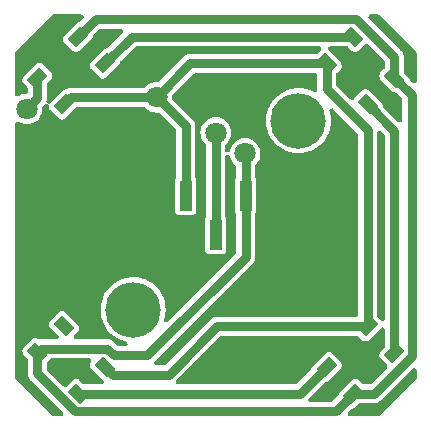
<source format=gbl>
%TF.GenerationSoftware,KiCad,Pcbnew,(6.0.7)*%
%TF.CreationDate,2022-09-30T15:53:46-07:00*%
%TF.ProjectId,companion,636f6d70-616e-4696-9f6e-2e6b69636164,rev?*%
%TF.SameCoordinates,Original*%
%TF.FileFunction,Copper,L2,Bot*%
%TF.FilePolarity,Positive*%
%FSLAX46Y46*%
G04 Gerber Fmt 4.6, Leading zero omitted, Abs format (unit mm)*
G04 Created by KiCad (PCBNEW (6.0.7)) date 2022-09-30 15:53:46*
%MOMM*%
%LPD*%
G01*
G04 APERTURE LIST*
G04 Aperture macros list*
%AMRotRect*
0 Rectangle, with rotation*
0 The origin of the aperture is its center*
0 $1 length*
0 $2 width*
0 $3 Rotation angle, in degrees counterclockwise*
0 Add horizontal line*
21,1,$1,$2,0,0,$3*%
G04 Aperture macros list end*
%TA.AperFunction,ComponentPad*%
%ADD10C,4.700000*%
%TD*%
%TA.AperFunction,SMDPad,CuDef*%
%ADD11R,1.000000X2.510000*%
%TD*%
%TA.AperFunction,SMDPad,CuDef*%
%ADD12RotRect,1.500000X1.000000X45.000000*%
%TD*%
%TA.AperFunction,SMDPad,CuDef*%
%ADD13RotRect,1.500000X1.000000X225.000000*%
%TD*%
%TA.AperFunction,SMDPad,CuDef*%
%ADD14RotRect,1.500000X1.000000X315.000000*%
%TD*%
%TA.AperFunction,SMDPad,CuDef*%
%ADD15RotRect,1.500000X1.000000X135.000000*%
%TD*%
%TA.AperFunction,ViaPad*%
%ADD16C,1.800000*%
%TD*%
%TA.AperFunction,Conductor*%
%ADD17C,0.800000*%
%TD*%
%TA.AperFunction,Conductor*%
%ADD18C,0.600000*%
%TD*%
%TA.AperFunction,Conductor*%
%ADD19C,0.400000*%
%TD*%
G04 APERTURE END LIST*
D10*
%TO.P,H2,1,1*%
%TO.N,b*%
X24425000Y-9425000D03*
%TD*%
%TO.P,H1,1,1*%
%TO.N,a*%
X10425000Y-25425000D03*
%TD*%
D11*
%TO.P,J5,1,Pin_1*%
%TO.N,gnd*%
X14885000Y-15770000D03*
%TO.P,J5,2,Pin_2*%
%TO.N,Net-(D1-Pad4)*%
X17425000Y-19080000D03*
%TO.P,J5,3,Pin_3*%
%TO.N,5v*%
X19965000Y-15770000D03*
%TD*%
D12*
%TO.P,D7,1,VDD*%
%TO.N,5v*%
X29073959Y-32538782D03*
%TO.P,D7,2,DOUT*%
%TO.N,Net-(D7-Pad2)*%
X26811218Y-30276041D03*
%TO.P,D7,3,VSS*%
%TO.N,gnd*%
X30276041Y-26811218D03*
%TO.P,D7,4,DIN*%
%TO.N,Net-(D6-Pad2)*%
X32538782Y-29073959D03*
%TD*%
D13*
%TO.P,D5,1,VDD*%
%TO.N,5v*%
X5776041Y-2311218D03*
%TO.P,D5,2,DOUT*%
%TO.N,Net-(D5-Pad2)*%
X8038782Y-4573959D03*
%TO.P,D5,3,VSS*%
%TO.N,gnd*%
X4573959Y-8038782D03*
%TO.P,D5,4,DIN*%
%TO.N,Net-(D4-Pad2)*%
X2311218Y-5776041D03*
%TD*%
D14*
%TO.P,D8,1,VDD*%
%TO.N,5v*%
X2311218Y-29073959D03*
%TO.P,D8,2,DOUT*%
%TO.N,unconnected-(D8-Pad2)*%
X4573959Y-26811218D03*
%TO.P,D8,3,VSS*%
%TO.N,gnd*%
X8038782Y-30276041D03*
%TO.P,D8,4,DIN*%
%TO.N,Net-(D7-Pad2)*%
X5776041Y-32538782D03*
%TD*%
D15*
%TO.P,D6,1,VDD*%
%TO.N,5v*%
X32538782Y-5776041D03*
%TO.P,D6,2,DOUT*%
%TO.N,Net-(D6-Pad2)*%
X30276041Y-8038782D03*
%TO.P,D6,3,VSS*%
%TO.N,gnd*%
X26811218Y-4573959D03*
%TO.P,D6,4,DIN*%
%TO.N,Net-(D5-Pad2)*%
X29073959Y-2311218D03*
%TD*%
D16*
%TO.N,Net-(D4-Pad2)*%
X1425000Y-8425000D03*
%TO.N,5v*%
X19900000Y-12200000D03*
%TO.N,gnd*%
X12425000Y-7425000D03*
%TO.N,Net-(D1-Pad4)*%
X17425000Y-10425000D03*
%TD*%
D17*
%TO.N,Net-(D4-Pad2)*%
X2311218Y-7538782D02*
X1425000Y-8425000D01*
X2311218Y-5776041D02*
X2311218Y-7538782D01*
%TO.N,Net-(D5-Pad2)*%
X10301523Y-2311218D02*
X29073959Y-2311218D01*
X8038782Y-4573959D02*
X10301523Y-2311218D01*
%TO.N,Net-(D6-Pad2)*%
X32538782Y-10301523D02*
X32538782Y-29073959D01*
X30276041Y-8038782D02*
X32538782Y-10301523D01*
%TO.N,Net-(D7-Pad2)*%
X26811218Y-30276041D02*
X24548477Y-32538782D01*
X24548477Y-32538782D02*
X5776041Y-32538782D01*
%TO.N,5v*%
X27568741Y-34044000D02*
X29073959Y-32538782D01*
D18*
X2493019Y-28892158D02*
X2311218Y-29073959D01*
D17*
X11640128Y-29301041D02*
X19965000Y-20976169D01*
X2311218Y-29073959D02*
X2311218Y-30811218D01*
X34022665Y-29327335D02*
X30811218Y-32538782D01*
X5544000Y-34044000D02*
X27568741Y-34044000D01*
X2311218Y-30811218D02*
X5544000Y-34044000D01*
X5776041Y-2311218D02*
X7259924Y-827335D01*
X34022665Y-7259924D02*
X34022665Y-29327335D01*
X2664771Y-28720406D02*
X8220406Y-28720406D01*
X8220406Y-28720406D02*
X8801041Y-29301041D01*
X19965000Y-20976169D02*
X19965000Y-15770000D01*
X2311218Y-29073959D02*
X2664771Y-28720406D01*
X8801041Y-29301041D02*
X11640128Y-29301041D01*
X29327335Y-827335D02*
X32538782Y-4038782D01*
X19965000Y-15770000D02*
X19965000Y-12265000D01*
X30811218Y-32538782D02*
X29073959Y-32538782D01*
X19965000Y-12265000D02*
X19900000Y-12200000D01*
D19*
X2311218Y-29073959D02*
X2392539Y-28992638D01*
D17*
X7259924Y-827335D02*
X29327335Y-827335D01*
X32538782Y-5776041D02*
X34022665Y-7259924D01*
X32538782Y-4038782D02*
X32538782Y-5776041D01*
%TO.N,gnd*%
X15276041Y-4573959D02*
X12425000Y-7425000D01*
X26811218Y-6720049D02*
X30276041Y-10184872D01*
X26811218Y-4573959D02*
X26811218Y-6720049D01*
X8687741Y-30925000D02*
X8038782Y-30276041D01*
X30276041Y-26811218D02*
X17538782Y-26811218D01*
X13425000Y-30925000D02*
X8687741Y-30925000D01*
X4573959Y-8038782D02*
X5187741Y-7425000D01*
X26811218Y-4573959D02*
X15276041Y-4573959D01*
X30276041Y-10184872D02*
X30276041Y-26811218D01*
X5187741Y-7425000D02*
X12425000Y-7425000D01*
X17538782Y-26811218D02*
X13425000Y-30925000D01*
X14885000Y-9885000D02*
X12425000Y-7425000D01*
X14885000Y-15770000D02*
X14885000Y-9885000D01*
%TO.N,Net-(D1-Pad4)*%
X17425000Y-10425000D02*
X17425000Y-19080000D01*
%TD*%
%TA.AperFunction,NonConductor*%
G36*
X31263022Y-445207D02*
G01*
X31317393Y-483786D01*
X34366214Y-3532606D01*
X34413333Y-3607594D01*
X34424500Y-3673320D01*
X34424500Y-6049253D01*
X34404793Y-6135596D01*
X34349574Y-6204837D01*
X34269782Y-6243264D01*
X34181218Y-6243264D01*
X34101426Y-6204837D01*
X34084786Y-6189967D01*
X33873271Y-5978452D01*
X33826152Y-5903464D01*
X33823165Y-5891607D01*
X33823165Y-5889385D01*
X33820672Y-5881711D01*
X33788801Y-5783620D01*
X33788800Y-5783618D01*
X33783962Y-5768728D01*
X33728149Y-5691909D01*
X33397568Y-5361328D01*
X33350449Y-5286340D01*
X33339282Y-5220614D01*
X33339282Y-4048247D01*
X33339293Y-4046163D01*
X33340107Y-3968497D01*
X33340107Y-3968493D01*
X33340223Y-3957375D01*
X33335763Y-3936746D01*
X33331948Y-3919097D01*
X33328694Y-3899231D01*
X33325568Y-3871366D01*
X33324328Y-3860310D01*
X33314903Y-3833244D01*
X33308327Y-3809851D01*
X33304623Y-3792717D01*
X33304622Y-3792713D01*
X33302271Y-3781840D01*
X33285721Y-3746348D01*
X33278147Y-3727695D01*
X33268926Y-3701216D01*
X33265267Y-3690709D01*
X33250079Y-3666403D01*
X33238484Y-3645047D01*
X33231076Y-3629161D01*
X33226373Y-3619075D01*
X33202372Y-3588134D01*
X33190850Y-3571617D01*
X33175995Y-3547843D01*
X33175991Y-3547838D01*
X33170098Y-3538407D01*
X33162260Y-3530514D01*
X33162256Y-3530509D01*
X33141596Y-3509704D01*
X33141245Y-3509329D01*
X33140683Y-3508605D01*
X33115170Y-3483092D01*
X33114680Y-3482601D01*
X33043552Y-3410975D01*
X33042453Y-3410278D01*
X33041501Y-3409423D01*
X30397292Y-765214D01*
X30350173Y-690226D01*
X30340257Y-602219D01*
X30369508Y-518626D01*
X30432132Y-456002D01*
X30515725Y-426751D01*
X30538006Y-425500D01*
X31176679Y-425500D01*
X31263022Y-445207D01*
G37*
%TD.AperFunction*%
%TA.AperFunction,NonConductor*%
G36*
X6135596Y-445207D02*
G01*
X6204837Y-500426D01*
X6243264Y-580218D01*
X6243264Y-668782D01*
X6204837Y-748574D01*
X6189967Y-765214D01*
X5978452Y-976729D01*
X5903464Y-1023848D01*
X5891607Y-1026835D01*
X5889385Y-1026835D01*
X5881716Y-1029327D01*
X5881711Y-1029328D01*
X5783620Y-1061199D01*
X5783618Y-1061200D01*
X5768728Y-1066038D01*
X5691909Y-1121851D01*
X4586675Y-2227086D01*
X4530861Y-2303905D01*
X4491658Y-2424562D01*
X4491658Y-2551428D01*
X4496497Y-2566322D01*
X4496498Y-2566326D01*
X4526021Y-2657189D01*
X4530861Y-2672084D01*
X4586674Y-2748904D01*
X5338355Y-3500584D01*
X5415175Y-3556398D01*
X5430068Y-3561237D01*
X5430070Y-3561238D01*
X5520933Y-3590761D01*
X5520937Y-3590762D01*
X5535831Y-3595601D01*
X5662697Y-3595601D01*
X5736514Y-3571617D01*
X5768462Y-3561237D01*
X5768464Y-3561236D01*
X5783354Y-3556398D01*
X5860173Y-3500585D01*
X6965407Y-2395350D01*
X7021221Y-2318531D01*
X7060424Y-2197874D01*
X7062637Y-2198593D01*
X7087660Y-2136201D01*
X7110530Y-2108807D01*
X7533216Y-1686121D01*
X7608204Y-1639002D01*
X7673930Y-1627835D01*
X9372400Y-1627835D01*
X9458743Y-1647542D01*
X9527984Y-1702761D01*
X9566411Y-1782553D01*
X9566411Y-1871117D01*
X9527984Y-1950909D01*
X9513114Y-1967549D01*
X8241193Y-3239470D01*
X8166205Y-3286589D01*
X8154348Y-3289576D01*
X8152126Y-3289576D01*
X8144457Y-3292068D01*
X8144452Y-3292069D01*
X8046361Y-3323940D01*
X8046359Y-3323941D01*
X8031469Y-3328779D01*
X7954650Y-3384592D01*
X6849416Y-4489827D01*
X6793602Y-4566646D01*
X6788764Y-4581536D01*
X6788763Y-4581538D01*
X6787094Y-4586675D01*
X6754399Y-4687303D01*
X6754399Y-4814169D01*
X6759238Y-4829063D01*
X6759239Y-4829067D01*
X6771584Y-4867060D01*
X6793602Y-4934825D01*
X6849415Y-5011645D01*
X7601096Y-5763325D01*
X7677916Y-5819139D01*
X7692809Y-5823978D01*
X7692811Y-5823979D01*
X7783674Y-5853502D01*
X7783678Y-5853503D01*
X7798572Y-5858342D01*
X7925438Y-5858342D01*
X7985766Y-5838741D01*
X8031203Y-5823978D01*
X8031205Y-5823977D01*
X8046095Y-5819139D01*
X8122914Y-5763326D01*
X9228148Y-4658091D01*
X9283962Y-4581272D01*
X9292831Y-4553978D01*
X9323165Y-4460615D01*
X9325378Y-4461334D01*
X9350401Y-4398942D01*
X9373271Y-4371548D01*
X10574815Y-3170004D01*
X10649803Y-3122885D01*
X10715529Y-3111718D01*
X26165978Y-3111718D01*
X26252321Y-3131425D01*
X26321562Y-3186644D01*
X26359989Y-3266436D01*
X26359989Y-3355000D01*
X26321562Y-3434792D01*
X26306700Y-3451424D01*
X26042950Y-3715175D01*
X25967964Y-3762292D01*
X25902238Y-3773459D01*
X15285506Y-3773459D01*
X15283422Y-3773448D01*
X15205756Y-3772634D01*
X15205752Y-3772634D01*
X15194634Y-3772518D01*
X15183761Y-3774869D01*
X15183759Y-3774869D01*
X15156356Y-3780793D01*
X15136490Y-3784047D01*
X15118441Y-3786072D01*
X15097569Y-3788413D01*
X15087059Y-3792073D01*
X15070505Y-3797838D01*
X15047110Y-3804414D01*
X15029976Y-3808118D01*
X15029972Y-3808119D01*
X15019099Y-3810470D01*
X14994913Y-3821748D01*
X14983609Y-3827019D01*
X14964955Y-3834593D01*
X14927968Y-3847474D01*
X14918534Y-3853369D01*
X14918532Y-3853370D01*
X14903662Y-3862662D01*
X14882306Y-3874257D01*
X14856334Y-3886368D01*
X14847544Y-3893186D01*
X14847543Y-3893187D01*
X14825393Y-3910369D01*
X14808876Y-3921891D01*
X14785102Y-3936746D01*
X14785097Y-3936750D01*
X14775666Y-3942643D01*
X14767773Y-3950481D01*
X14767768Y-3950485D01*
X14746963Y-3971145D01*
X14746588Y-3971496D01*
X14745864Y-3972058D01*
X14720351Y-3997571D01*
X14719860Y-3998061D01*
X14648234Y-4069189D01*
X14647537Y-4070288D01*
X14646682Y-4071240D01*
X12650057Y-6067865D01*
X12575069Y-6114984D01*
X12492001Y-6125394D01*
X12425000Y-6119532D01*
X12416347Y-6120289D01*
X12206960Y-6138608D01*
X12206959Y-6138608D01*
X12198308Y-6139365D01*
X12189923Y-6141612D01*
X12189916Y-6141613D01*
X12006524Y-6190753D01*
X11978504Y-6198261D01*
X11772266Y-6294432D01*
X11765148Y-6299416D01*
X11592978Y-6419969D01*
X11592973Y-6419973D01*
X11585861Y-6424953D01*
X11444600Y-6566214D01*
X11369612Y-6613333D01*
X11303886Y-6624500D01*
X5197206Y-6624500D01*
X5195122Y-6624489D01*
X5117456Y-6623675D01*
X5117452Y-6623675D01*
X5106334Y-6623559D01*
X5095461Y-6625910D01*
X5095459Y-6625910D01*
X5068056Y-6631834D01*
X5048190Y-6635088D01*
X5030141Y-6637113D01*
X5009269Y-6639454D01*
X4998759Y-6643114D01*
X4982205Y-6648879D01*
X4958810Y-6655455D01*
X4941676Y-6659159D01*
X4941672Y-6659160D01*
X4930799Y-6661511D01*
X4912802Y-6669903D01*
X4895309Y-6678060D01*
X4876655Y-6685634D01*
X4839668Y-6698515D01*
X4830234Y-6704410D01*
X4830232Y-6704411D01*
X4815362Y-6713703D01*
X4794010Y-6725297D01*
X4771579Y-6735756D01*
X4717757Y-6747687D01*
X4718432Y-6751949D01*
X4702963Y-6754399D01*
X4687303Y-6754399D01*
X4626974Y-6774001D01*
X4581538Y-6788763D01*
X4581536Y-6788764D01*
X4566646Y-6793602D01*
X4489827Y-6849415D01*
X4484292Y-6854950D01*
X3428179Y-7911064D01*
X3353191Y-7958183D01*
X3265184Y-7968099D01*
X3181591Y-7938848D01*
X3118967Y-7876224D01*
X3089716Y-7792631D01*
X3093662Y-7729672D01*
X3094196Y-7728204D01*
X3099104Y-7689355D01*
X3102635Y-7669534D01*
X3108943Y-7642210D01*
X3108943Y-7642208D01*
X3111445Y-7631371D01*
X3111545Y-7602737D01*
X3111586Y-7590919D01*
X3111603Y-7590407D01*
X3111718Y-7589499D01*
X3111718Y-7553458D01*
X3111719Y-7552764D01*
X3112058Y-7455513D01*
X3112071Y-7451781D01*
X3111787Y-7450511D01*
X3111718Y-7449235D01*
X3111718Y-6331467D01*
X3131425Y-6245124D01*
X3170004Y-6190753D01*
X3500584Y-5860173D01*
X3556398Y-5783354D01*
X3562906Y-5763326D01*
X3584057Y-5698226D01*
X3595601Y-5662697D01*
X3595601Y-5535831D01*
X3590762Y-5520937D01*
X3590761Y-5520933D01*
X3561238Y-5430070D01*
X3561237Y-5430068D01*
X3556398Y-5415175D01*
X3500585Y-5338355D01*
X2748904Y-4586675D01*
X2672084Y-4530861D01*
X2657191Y-4526022D01*
X2657189Y-4526021D01*
X2566326Y-4496498D01*
X2566322Y-4496497D01*
X2551428Y-4491658D01*
X2424562Y-4491658D01*
X2364233Y-4511260D01*
X2318797Y-4526022D01*
X2318795Y-4526023D01*
X2303905Y-4530861D01*
X2227086Y-4586674D01*
X1121852Y-5691909D01*
X1066038Y-5768728D01*
X1026835Y-5889385D01*
X1026835Y-6016251D01*
X1031674Y-6031145D01*
X1031675Y-6031149D01*
X1061198Y-6122012D01*
X1066038Y-6136907D01*
X1121851Y-6213727D01*
X1328094Y-6419969D01*
X1452432Y-6544307D01*
X1499551Y-6619295D01*
X1510718Y-6685021D01*
X1510718Y-6929682D01*
X1491011Y-7016025D01*
X1435792Y-7085266D01*
X1356000Y-7123693D01*
X1329063Y-7127925D01*
X1206959Y-7138608D01*
X1206957Y-7138608D01*
X1198308Y-7139365D01*
X1189923Y-7141612D01*
X1189916Y-7141613D01*
X1051641Y-7178664D01*
X978504Y-7198261D01*
X772266Y-7294432D01*
X765152Y-7299413D01*
X765142Y-7299419D01*
X738640Y-7317976D01*
X656608Y-7351357D01*
X568217Y-7345839D01*
X490973Y-7302516D01*
X440176Y-7229969D01*
X425500Y-7154964D01*
X425500Y-3673321D01*
X445207Y-3586978D01*
X483786Y-3532607D01*
X3532606Y-483786D01*
X3607594Y-436667D01*
X3673320Y-425500D01*
X6049253Y-425500D01*
X6135596Y-445207D01*
G37*
%TD.AperFunction*%
%TA.AperFunction,NonConductor*%
G36*
X30295950Y-2935084D02*
G01*
X30330790Y-2962868D01*
X31679996Y-4312074D01*
X31727115Y-4387062D01*
X31738282Y-4452788D01*
X31738282Y-4867060D01*
X31718575Y-4953403D01*
X31679996Y-5007774D01*
X31354945Y-5332825D01*
X31354939Y-5332832D01*
X31349416Y-5338355D01*
X31293602Y-5415175D01*
X31288763Y-5430068D01*
X31288762Y-5430070D01*
X31259239Y-5520933D01*
X31259238Y-5520937D01*
X31254399Y-5535831D01*
X31254399Y-5662697D01*
X31265943Y-5698226D01*
X31287095Y-5763326D01*
X31293602Y-5783354D01*
X31349415Y-5860173D01*
X32454650Y-6965407D01*
X32460965Y-6969995D01*
X32460967Y-6969997D01*
X32473986Y-6979456D01*
X32531469Y-7021221D01*
X32546359Y-7026059D01*
X32546361Y-7026060D01*
X32652126Y-7060424D01*
X32651407Y-7062637D01*
X32713799Y-7087660D01*
X32741193Y-7110530D01*
X33163879Y-7533216D01*
X33210998Y-7608204D01*
X33222165Y-7673930D01*
X33222165Y-9372400D01*
X33202458Y-9458743D01*
X33147239Y-9527984D01*
X33067447Y-9566411D01*
X32978883Y-9566411D01*
X32899091Y-9527984D01*
X32882451Y-9513114D01*
X31610530Y-8241193D01*
X31563411Y-8166205D01*
X31560424Y-8154348D01*
X31560424Y-8152126D01*
X31546996Y-8110797D01*
X31526060Y-8046361D01*
X31526059Y-8046359D01*
X31521221Y-8031469D01*
X31465408Y-7954650D01*
X30360173Y-6849416D01*
X30353705Y-6844716D01*
X30335084Y-6831187D01*
X30283354Y-6793602D01*
X30268464Y-6788764D01*
X30268462Y-6788763D01*
X30223026Y-6774001D01*
X30162697Y-6754399D01*
X30035831Y-6754399D01*
X30020937Y-6759238D01*
X30020933Y-6759239D01*
X29930070Y-6788762D01*
X29930068Y-6788763D01*
X29915175Y-6793602D01*
X29838355Y-6849415D01*
X29832822Y-6854948D01*
X29096223Y-7591548D01*
X29021235Y-7638667D01*
X28933228Y-7648583D01*
X28849635Y-7619332D01*
X28814795Y-7591548D01*
X27670004Y-6446757D01*
X27622885Y-6371769D01*
X27611718Y-6306043D01*
X27611718Y-5482940D01*
X27631425Y-5396597D01*
X27670004Y-5342226D01*
X27995055Y-5017175D01*
X27995061Y-5017168D01*
X28000584Y-5011645D01*
X28056398Y-4934825D01*
X28078416Y-4867060D01*
X28090761Y-4829067D01*
X28090762Y-4829063D01*
X28095601Y-4814169D01*
X28095601Y-4687303D01*
X28062906Y-4586675D01*
X28061237Y-4581538D01*
X28061236Y-4581536D01*
X28056398Y-4566646D01*
X28000585Y-4489827D01*
X26962189Y-3451432D01*
X26915070Y-3376444D01*
X26905154Y-3288437D01*
X26934405Y-3204844D01*
X26997029Y-3142220D01*
X27080622Y-3112969D01*
X27102903Y-3111718D01*
X28518533Y-3111718D01*
X28604876Y-3131425D01*
X28659247Y-3170004D01*
X28989827Y-3500584D01*
X28996142Y-3505172D01*
X28996144Y-3505174D01*
X29002005Y-3509432D01*
X29066646Y-3556398D01*
X29081536Y-3561236D01*
X29081538Y-3561237D01*
X29113486Y-3571617D01*
X29187303Y-3595601D01*
X29314169Y-3595601D01*
X29329063Y-3590762D01*
X29329067Y-3590761D01*
X29419930Y-3561238D01*
X29419932Y-3561237D01*
X29434825Y-3556398D01*
X29511645Y-3500585D01*
X30049362Y-2962868D01*
X30124350Y-2915749D01*
X30212357Y-2905833D01*
X30295950Y-2935084D01*
G37*
%TD.AperFunction*%
%TA.AperFunction,NonConductor*%
G36*
X31399615Y-10296204D02*
G01*
X31416255Y-10311074D01*
X31679996Y-10574815D01*
X31727115Y-10649803D01*
X31738282Y-10715529D01*
X31738282Y-26165978D01*
X31718575Y-26252321D01*
X31663356Y-26321562D01*
X31583564Y-26359989D01*
X31495000Y-26359989D01*
X31415208Y-26321562D01*
X31398576Y-26306700D01*
X31134825Y-26042950D01*
X31087708Y-25967964D01*
X31076541Y-25902238D01*
X31076541Y-10451788D01*
X31096248Y-10365445D01*
X31151467Y-10296204D01*
X31231259Y-10257777D01*
X31319823Y-10257777D01*
X31399615Y-10296204D01*
G37*
%TD.AperFunction*%
%TA.AperFunction,NonConductor*%
G36*
X6776028Y-29540613D02*
G01*
X6845269Y-29595832D01*
X6883696Y-29675624D01*
X6883696Y-29764188D01*
X6847232Y-29836768D01*
X6849416Y-29838355D01*
X6793602Y-29915175D01*
X6788763Y-29930068D01*
X6788762Y-29930070D01*
X6759239Y-30020933D01*
X6759238Y-30020937D01*
X6754399Y-30035831D01*
X6754399Y-30162697D01*
X6793602Y-30283354D01*
X6849415Y-30360173D01*
X7392743Y-30903500D01*
X7887811Y-31398568D01*
X7934930Y-31473556D01*
X7944846Y-31561563D01*
X7915595Y-31645156D01*
X7852971Y-31707780D01*
X7769378Y-31737031D01*
X7747097Y-31738282D01*
X6331467Y-31738282D01*
X6245124Y-31718575D01*
X6190753Y-31679996D01*
X5860173Y-31349416D01*
X5849134Y-31341395D01*
X5818986Y-31319491D01*
X5783354Y-31293602D01*
X5768464Y-31288764D01*
X5768462Y-31288763D01*
X5710199Y-31269833D01*
X5662697Y-31254399D01*
X5535831Y-31254399D01*
X5520937Y-31259238D01*
X5520933Y-31259239D01*
X5430070Y-31288762D01*
X5430068Y-31288763D01*
X5415175Y-31293602D01*
X5338355Y-31349415D01*
X4800638Y-31887132D01*
X4725650Y-31934251D01*
X4637643Y-31944167D01*
X4554050Y-31914916D01*
X4519210Y-31887132D01*
X3170004Y-30537926D01*
X3122885Y-30462938D01*
X3111718Y-30397212D01*
X3111718Y-29982940D01*
X3131425Y-29896597D01*
X3170001Y-29842229D01*
X3433039Y-29579190D01*
X3508025Y-29532073D01*
X3573751Y-29520906D01*
X6689685Y-29520906D01*
X6776028Y-29540613D01*
G37*
%TD.AperFunction*%
%TA.AperFunction,NonConductor*%
G36*
X31645156Y-26934405D02*
G01*
X31707780Y-26997029D01*
X31737031Y-27080622D01*
X31738282Y-27102903D01*
X31738282Y-28518533D01*
X31718575Y-28604876D01*
X31679996Y-28659247D01*
X31349416Y-28989827D01*
X31293602Y-29066646D01*
X31288764Y-29081536D01*
X31288763Y-29081538D01*
X31287094Y-29086675D01*
X31254399Y-29187303D01*
X31254399Y-29314169D01*
X31259238Y-29329063D01*
X31259239Y-29329067D01*
X31288762Y-29419930D01*
X31293602Y-29434825D01*
X31349415Y-29511645D01*
X31887132Y-30049362D01*
X31934251Y-30124350D01*
X31944167Y-30212357D01*
X31914916Y-30295950D01*
X31887132Y-30330790D01*
X30537926Y-31679996D01*
X30462938Y-31727115D01*
X30397212Y-31738282D01*
X29982940Y-31738282D01*
X29896597Y-31718575D01*
X29842226Y-31679996D01*
X29517175Y-31354945D01*
X29517168Y-31354939D01*
X29511645Y-31349416D01*
X29434825Y-31293602D01*
X29419932Y-31288763D01*
X29419930Y-31288762D01*
X29329067Y-31259239D01*
X29329063Y-31259238D01*
X29314169Y-31254399D01*
X29187303Y-31254399D01*
X29139801Y-31269833D01*
X29081538Y-31288763D01*
X29081536Y-31288764D01*
X29066646Y-31293602D01*
X28989827Y-31349415D01*
X27884593Y-32454650D01*
X27828779Y-32531469D01*
X27789576Y-32652126D01*
X27787363Y-32651407D01*
X27762340Y-32713799D01*
X27739470Y-32741193D01*
X27295449Y-33185214D01*
X27220461Y-33232333D01*
X27154735Y-33243500D01*
X25456265Y-33243500D01*
X25369922Y-33223793D01*
X25300681Y-33168574D01*
X25262254Y-33088782D01*
X25262254Y-33000218D01*
X25300681Y-32920426D01*
X25315551Y-32903786D01*
X26608807Y-31610530D01*
X26683795Y-31563411D01*
X26695652Y-31560424D01*
X26697874Y-31560424D01*
X26705543Y-31557932D01*
X26705548Y-31557931D01*
X26803639Y-31526060D01*
X26803641Y-31526059D01*
X26818531Y-31521221D01*
X26895350Y-31465408D01*
X28000584Y-30360173D01*
X28056398Y-30283354D01*
X28095601Y-30162697D01*
X28095601Y-30035831D01*
X28090762Y-30020937D01*
X28090761Y-30020933D01*
X28061238Y-29930070D01*
X28061237Y-29930068D01*
X28056398Y-29915175D01*
X28000585Y-29838355D01*
X27248904Y-29086675D01*
X27172084Y-29030861D01*
X27157191Y-29026022D01*
X27157189Y-29026021D01*
X27066326Y-28996498D01*
X27066322Y-28996497D01*
X27051428Y-28991658D01*
X26924562Y-28991658D01*
X26864234Y-29011259D01*
X26818797Y-29026022D01*
X26818795Y-29026023D01*
X26803905Y-29030861D01*
X26727086Y-29086674D01*
X25621852Y-30191909D01*
X25566038Y-30268728D01*
X25561200Y-30283618D01*
X25561199Y-30283620D01*
X25545873Y-30330790D01*
X25526835Y-30389385D01*
X25524622Y-30388666D01*
X25499599Y-30451058D01*
X25476729Y-30478452D01*
X24275185Y-31679996D01*
X24200197Y-31727115D01*
X24134471Y-31738282D01*
X14224224Y-31738282D01*
X14137881Y-31718575D01*
X14068640Y-31663356D01*
X14030213Y-31583564D01*
X14030213Y-31495000D01*
X14068640Y-31415208D01*
X14083510Y-31398568D01*
X17812074Y-27670004D01*
X17887062Y-27622885D01*
X17952788Y-27611718D01*
X29367060Y-27611718D01*
X29453403Y-27631425D01*
X29507774Y-27670004D01*
X29832825Y-27995055D01*
X29832832Y-27995061D01*
X29838355Y-28000584D01*
X29915175Y-28056398D01*
X29930068Y-28061237D01*
X29930070Y-28061238D01*
X30020933Y-28090761D01*
X30020937Y-28090762D01*
X30035831Y-28095601D01*
X30162697Y-28095601D01*
X30226323Y-28074928D01*
X30268462Y-28061237D01*
X30268464Y-28061236D01*
X30283354Y-28056398D01*
X30360173Y-28000585D01*
X31398568Y-26962189D01*
X31473556Y-26915070D01*
X31561563Y-26905154D01*
X31645156Y-26934405D01*
G37*
%TD.AperFunction*%
%TA.AperFunction,NonConductor*%
G36*
X25898061Y-5394166D02*
G01*
X25967302Y-5449385D01*
X26005729Y-5529177D01*
X26010718Y-5573459D01*
X26010718Y-6710584D01*
X26010707Y-6712668D01*
X26009777Y-6801456D01*
X26009912Y-6802082D01*
X25999679Y-6884760D01*
X25951742Y-6959228D01*
X25876242Y-7005522D01*
X25788132Y-7014474D01*
X25719473Y-6992855D01*
X25714393Y-6989760D01*
X25708950Y-6987285D01*
X25708942Y-6987281D01*
X25417952Y-6854976D01*
X25417951Y-6854976D01*
X25412493Y-6852494D01*
X25374717Y-6840547D01*
X25102009Y-6754300D01*
X25102004Y-6754299D01*
X25096288Y-6752491D01*
X24770359Y-6691201D01*
X24439428Y-6669511D01*
X24433449Y-6669840D01*
X24433445Y-6669840D01*
X24114278Y-6687405D01*
X24114272Y-6687406D01*
X24108288Y-6687735D01*
X23979660Y-6710531D01*
X23787641Y-6744561D01*
X23787636Y-6744562D01*
X23781735Y-6745608D01*
X23464500Y-6842294D01*
X23459030Y-6844712D01*
X23459020Y-6844716D01*
X23166661Y-6973967D01*
X23166655Y-6973970D01*
X23161179Y-6976391D01*
X22935711Y-7110530D01*
X22883466Y-7141613D01*
X22876164Y-7145957D01*
X22871421Y-7149616D01*
X22871414Y-7149621D01*
X22673235Y-7302516D01*
X22613585Y-7348536D01*
X22510309Y-7450202D01*
X22381516Y-7576987D01*
X22381511Y-7576992D01*
X22377244Y-7581193D01*
X22170566Y-7840558D01*
X21996545Y-8122874D01*
X21984789Y-8148375D01*
X21863109Y-8412319D01*
X21857700Y-8424051D01*
X21855869Y-8429737D01*
X21855867Y-8429742D01*
X21757877Y-8734031D01*
X21757875Y-8734040D01*
X21756043Y-8739728D01*
X21754907Y-8745602D01*
X21754905Y-8745608D01*
X21694186Y-9059442D01*
X21694185Y-9059451D01*
X21693047Y-9065332D01*
X21692624Y-9071311D01*
X21692623Y-9071316D01*
X21670047Y-9390168D01*
X21669624Y-9396145D01*
X21669922Y-9402128D01*
X21685627Y-9717584D01*
X21686114Y-9727376D01*
X21687126Y-9733268D01*
X21687127Y-9733273D01*
X21701880Y-9819130D01*
X21742277Y-10054227D01*
X21837300Y-10371964D01*
X21860416Y-10425000D01*
X21959220Y-10651692D01*
X21969807Y-10675983D01*
X22137879Y-10961882D01*
X22141514Y-10966645D01*
X22141516Y-10966648D01*
X22231727Y-11084852D01*
X22339080Y-11225518D01*
X22343271Y-11229820D01*
X22559809Y-11452102D01*
X22570496Y-11463073D01*
X22575167Y-11466836D01*
X22575170Y-11466838D01*
X22684804Y-11555144D01*
X22828775Y-11671107D01*
X23110176Y-11846604D01*
X23410623Y-11987024D01*
X23416303Y-11988886D01*
X23416308Y-11988888D01*
X23720070Y-12088466D01*
X23720074Y-12088467D01*
X23725763Y-12090332D01*
X24051032Y-12155032D01*
X24381718Y-12180187D01*
X24387692Y-12179921D01*
X24387696Y-12179921D01*
X24521451Y-12173964D01*
X24713031Y-12165432D01*
X25040172Y-12110981D01*
X25116918Y-12088466D01*
X25352655Y-12019308D01*
X25352659Y-12019306D01*
X25358401Y-12017622D01*
X25363893Y-12015262D01*
X25363897Y-12015261D01*
X25515761Y-11950015D01*
X25663111Y-11886709D01*
X25781644Y-11817859D01*
X25944704Y-11723147D01*
X25944712Y-11723142D01*
X25949885Y-11720137D01*
X26214572Y-11520319D01*
X26218879Y-11516167D01*
X26218886Y-11516161D01*
X26449012Y-11294317D01*
X26453335Y-11290150D01*
X26662718Y-11032964D01*
X26839687Y-10752485D01*
X26943600Y-10533152D01*
X26979111Y-10458197D01*
X26979113Y-10458192D01*
X26981678Y-10452778D01*
X27086635Y-10138183D01*
X27103567Y-10055333D01*
X27151837Y-9819130D01*
X27151837Y-9819127D01*
X27153037Y-9813257D01*
X27155731Y-9780144D01*
X27167216Y-9638937D01*
X27179923Y-9482707D01*
X27180527Y-9425000D01*
X27160570Y-9093960D01*
X27100987Y-8767715D01*
X27058055Y-8629452D01*
X27051271Y-8541150D01*
X27083473Y-8458649D01*
X27148281Y-8398289D01*
X27232861Y-8372026D01*
X27320460Y-8385061D01*
X27388818Y-8429727D01*
X29417255Y-10458164D01*
X29464374Y-10533152D01*
X29475541Y-10598878D01*
X29475541Y-25811718D01*
X29455834Y-25898061D01*
X29400615Y-25967302D01*
X29320823Y-26005729D01*
X29276541Y-26010718D01*
X17548247Y-26010718D01*
X17546163Y-26010707D01*
X17468497Y-26009893D01*
X17468493Y-26009893D01*
X17457375Y-26009777D01*
X17446502Y-26012128D01*
X17446500Y-26012128D01*
X17419097Y-26018052D01*
X17399231Y-26021306D01*
X17381182Y-26023331D01*
X17360310Y-26025672D01*
X17349800Y-26029332D01*
X17333246Y-26035097D01*
X17309849Y-26041673D01*
X17281840Y-26047729D01*
X17246344Y-26064281D01*
X17227695Y-26071853D01*
X17201221Y-26081072D01*
X17201218Y-26081073D01*
X17190709Y-26084733D01*
X17181271Y-26090631D01*
X17181270Y-26090631D01*
X17166399Y-26099923D01*
X17145054Y-26111512D01*
X17129162Y-26118923D01*
X17129156Y-26118926D01*
X17119074Y-26123628D01*
X17088133Y-26147629D01*
X17071626Y-26159144D01*
X17038407Y-26179902D01*
X17030513Y-26187741D01*
X17030508Y-26187745D01*
X17009704Y-26208404D01*
X17009329Y-26208755D01*
X17008605Y-26209317D01*
X16983092Y-26234830D01*
X16982601Y-26235320D01*
X16910975Y-26306448D01*
X16910278Y-26307547D01*
X16909423Y-26308499D01*
X13151708Y-30066214D01*
X13076720Y-30113333D01*
X13010994Y-30124500D01*
X12429175Y-30124500D01*
X12342832Y-30104793D01*
X12273591Y-30049574D01*
X12235164Y-29969782D01*
X12235164Y-29881218D01*
X12273591Y-29801426D01*
X12288461Y-29784786D01*
X20524258Y-21548988D01*
X20525739Y-21547522D01*
X20581318Y-21493095D01*
X20589268Y-21485310D01*
X20610483Y-21452391D01*
X20622233Y-21436039D01*
X20639723Y-21414131D01*
X20639726Y-21414125D01*
X20646664Y-21405435D01*
X20659140Y-21379628D01*
X20671026Y-21358447D01*
X20680526Y-21343706D01*
X20680527Y-21343704D01*
X20686554Y-21334352D01*
X20699949Y-21297550D01*
X20707780Y-21279012D01*
X20719985Y-21253764D01*
X20719986Y-21253762D01*
X20724827Y-21243747D01*
X20731274Y-21215821D01*
X20738174Y-21192529D01*
X20744171Y-21176051D01*
X20747978Y-21165591D01*
X20752887Y-21126733D01*
X20756418Y-21106911D01*
X20762724Y-21079597D01*
X20762724Y-21079594D01*
X20765226Y-21068758D01*
X20765368Y-21028315D01*
X20765385Y-21027800D01*
X20765500Y-21026886D01*
X20765500Y-20990686D01*
X20765501Y-20989991D01*
X20765840Y-20892901D01*
X20765840Y-20892900D01*
X20765853Y-20889169D01*
X20765569Y-20887899D01*
X20765500Y-20886624D01*
X20765500Y-17361752D01*
X20785207Y-17275409D01*
X20791476Y-17264916D01*
X20793050Y-17263342D01*
X20850646Y-17150304D01*
X20865500Y-17056519D01*
X20865499Y-14483482D01*
X20864275Y-14475753D01*
X20853097Y-14405169D01*
X20853096Y-14405166D01*
X20850646Y-14389696D01*
X20793050Y-14276658D01*
X20795122Y-14275603D01*
X20768697Y-14213776D01*
X20765500Y-14178248D01*
X20765500Y-13256114D01*
X20785207Y-13169771D01*
X20823786Y-13115400D01*
X20900047Y-13039139D01*
X20905027Y-13032027D01*
X20905031Y-13032022D01*
X21025584Y-12859852D01*
X21030568Y-12852734D01*
X21126739Y-12646496D01*
X21128989Y-12638099D01*
X21183387Y-12435084D01*
X21183388Y-12435077D01*
X21185635Y-12426692D01*
X21205468Y-12200000D01*
X21190699Y-12031188D01*
X21186392Y-11981960D01*
X21186392Y-11981959D01*
X21185635Y-11973308D01*
X21183388Y-11964923D01*
X21183387Y-11964916D01*
X21128989Y-11761901D01*
X21126739Y-11753504D01*
X21030568Y-11547266D01*
X20983740Y-11480388D01*
X20905031Y-11367978D01*
X20905027Y-11367973D01*
X20900047Y-11360861D01*
X20739139Y-11199953D01*
X20732027Y-11194973D01*
X20732022Y-11194969D01*
X20559852Y-11074416D01*
X20552734Y-11069432D01*
X20346496Y-10973261D01*
X20304029Y-10961882D01*
X20135084Y-10916613D01*
X20135077Y-10916612D01*
X20126692Y-10914365D01*
X20118041Y-10913608D01*
X20118040Y-10913608D01*
X19908653Y-10895289D01*
X19900000Y-10894532D01*
X19891347Y-10895289D01*
X19681960Y-10913608D01*
X19681959Y-10913608D01*
X19673308Y-10914365D01*
X19664923Y-10916612D01*
X19664916Y-10916613D01*
X19495971Y-10961882D01*
X19453504Y-10973261D01*
X19247266Y-11069432D01*
X19240148Y-11074416D01*
X19067978Y-11194969D01*
X19067973Y-11194973D01*
X19060861Y-11199953D01*
X18899953Y-11360861D01*
X18894973Y-11367973D01*
X18894969Y-11367978D01*
X18816260Y-11480388D01*
X18769432Y-11547266D01*
X18673261Y-11753504D01*
X18671011Y-11761901D01*
X18616719Y-11964523D01*
X18575337Y-12042823D01*
X18504079Y-12095414D01*
X18417059Y-12111879D01*
X18331514Y-12088957D01*
X18264385Y-12031188D01*
X18228969Y-11950015D01*
X18225500Y-11913018D01*
X18225500Y-11546114D01*
X18245207Y-11459771D01*
X18283786Y-11405400D01*
X18425047Y-11264139D01*
X18430027Y-11257027D01*
X18430031Y-11257022D01*
X18550584Y-11084852D01*
X18555568Y-11077734D01*
X18651739Y-10871496D01*
X18683628Y-10752485D01*
X18708387Y-10660084D01*
X18708388Y-10660077D01*
X18710635Y-10651692D01*
X18730468Y-10425000D01*
X18710635Y-10198308D01*
X18708388Y-10189923D01*
X18708387Y-10189916D01*
X18653989Y-9986901D01*
X18651739Y-9978504D01*
X18555568Y-9772266D01*
X18502179Y-9696018D01*
X18430031Y-9592978D01*
X18430027Y-9592973D01*
X18425047Y-9585861D01*
X18264139Y-9424953D01*
X18257027Y-9419973D01*
X18257022Y-9419969D01*
X18084852Y-9299416D01*
X18077734Y-9294432D01*
X17871496Y-9198261D01*
X17863099Y-9196011D01*
X17660084Y-9141613D01*
X17660077Y-9141612D01*
X17651692Y-9139365D01*
X17643041Y-9138608D01*
X17643040Y-9138608D01*
X17433653Y-9120289D01*
X17425000Y-9119532D01*
X17416347Y-9120289D01*
X17206960Y-9138608D01*
X17206959Y-9138608D01*
X17198308Y-9139365D01*
X17189923Y-9141612D01*
X17189916Y-9141613D01*
X16986901Y-9196011D01*
X16978504Y-9198261D01*
X16772266Y-9294432D01*
X16765148Y-9299416D01*
X16592978Y-9419969D01*
X16592973Y-9419973D01*
X16585861Y-9424953D01*
X16424953Y-9585861D01*
X16419973Y-9592973D01*
X16419969Y-9592978D01*
X16347821Y-9696018D01*
X16294432Y-9772266D01*
X16198261Y-9978504D01*
X16196011Y-9986901D01*
X16141613Y-10189916D01*
X16141612Y-10189923D01*
X16139365Y-10198308D01*
X16119532Y-10425000D01*
X16139365Y-10651692D01*
X16141612Y-10660077D01*
X16141613Y-10660084D01*
X16166372Y-10752485D01*
X16198261Y-10871496D01*
X16294432Y-11077734D01*
X16299416Y-11084852D01*
X16419969Y-11257022D01*
X16419973Y-11257027D01*
X16424953Y-11264139D01*
X16566214Y-11405400D01*
X16613333Y-11480388D01*
X16624500Y-11546114D01*
X16624500Y-17488248D01*
X16604793Y-17574591D01*
X16598524Y-17585084D01*
X16596950Y-17586658D01*
X16539354Y-17699696D01*
X16524500Y-17793481D01*
X16524501Y-20366518D01*
X16525723Y-20374231D01*
X16525723Y-20374237D01*
X16536903Y-20444831D01*
X16536904Y-20444834D01*
X16539354Y-20460304D01*
X16596950Y-20573342D01*
X16686658Y-20663050D01*
X16799696Y-20720646D01*
X16893481Y-20735500D01*
X16901305Y-20735500D01*
X17425373Y-20735499D01*
X17956518Y-20735499D01*
X17964231Y-20734277D01*
X17964237Y-20734277D01*
X18034831Y-20723097D01*
X18034834Y-20723096D01*
X18050304Y-20720646D01*
X18064260Y-20713535D01*
X18064263Y-20713534D01*
X18149388Y-20670160D01*
X18163342Y-20663050D01*
X18253050Y-20573342D01*
X18310646Y-20460304D01*
X18325500Y-20366519D01*
X18325499Y-17793482D01*
X18324275Y-17785753D01*
X18313097Y-17715169D01*
X18313096Y-17715166D01*
X18310646Y-17699696D01*
X18253050Y-17586658D01*
X18255122Y-17585603D01*
X18228697Y-17523776D01*
X18225500Y-17488248D01*
X18225500Y-12486982D01*
X18245207Y-12400639D01*
X18300426Y-12331398D01*
X18380218Y-12292971D01*
X18468782Y-12292971D01*
X18548574Y-12331398D01*
X18603793Y-12400639D01*
X18616719Y-12435476D01*
X18673261Y-12646496D01*
X18769432Y-12852734D01*
X18774416Y-12859852D01*
X18894969Y-13032022D01*
X18894973Y-13032027D01*
X18899953Y-13039139D01*
X19060861Y-13200047D01*
X19067977Y-13205030D01*
X19067981Y-13205033D01*
X19079642Y-13213198D01*
X19139066Y-13278866D01*
X19164114Y-13363813D01*
X19164500Y-13376209D01*
X19164500Y-14178248D01*
X19144793Y-14264591D01*
X19138524Y-14275084D01*
X19136950Y-14276658D01*
X19079354Y-14389696D01*
X19064500Y-14483481D01*
X19064501Y-17056518D01*
X19065723Y-17064231D01*
X19065723Y-17064237D01*
X19076903Y-17134831D01*
X19076904Y-17134834D01*
X19079354Y-17150304D01*
X19086465Y-17164260D01*
X19086466Y-17164263D01*
X19136950Y-17263342D01*
X19134878Y-17264397D01*
X19161303Y-17326224D01*
X19164500Y-17361752D01*
X19164500Y-20562163D01*
X19144793Y-20648506D01*
X19106214Y-20702877D01*
X13390539Y-26418552D01*
X13315551Y-26465671D01*
X13227544Y-26475587D01*
X13143951Y-26446336D01*
X13081327Y-26383712D01*
X13052076Y-26300119D01*
X13061054Y-26214859D01*
X13081422Y-26153807D01*
X13086635Y-26138183D01*
X13089610Y-26123628D01*
X13151837Y-25819130D01*
X13151837Y-25819127D01*
X13153037Y-25813257D01*
X13160509Y-25721400D01*
X13173145Y-25566038D01*
X13179923Y-25482707D01*
X13180527Y-25425000D01*
X13160570Y-25093960D01*
X13100987Y-24767715D01*
X13002641Y-24450991D01*
X12866958Y-24148375D01*
X12863870Y-24143247D01*
X12863867Y-24143240D01*
X12780612Y-24004954D01*
X12695902Y-23864252D01*
X12677424Y-23840558D01*
X12495632Y-23607457D01*
X12491951Y-23602737D01*
X12258060Y-23367618D01*
X11997617Y-23162301D01*
X11992498Y-23159183D01*
X11992493Y-23159179D01*
X11856005Y-23076031D01*
X11714393Y-22989760D01*
X11691731Y-22979456D01*
X11417952Y-22854976D01*
X11417951Y-22854976D01*
X11412493Y-22852494D01*
X11374717Y-22840547D01*
X11102009Y-22754300D01*
X11102004Y-22754299D01*
X11096288Y-22752491D01*
X10770359Y-22691201D01*
X10439428Y-22669511D01*
X10433449Y-22669840D01*
X10433445Y-22669840D01*
X10114278Y-22687405D01*
X10114272Y-22687406D01*
X10108288Y-22687735D01*
X9979660Y-22710531D01*
X9787641Y-22744561D01*
X9787636Y-22744562D01*
X9781735Y-22745608D01*
X9464500Y-22842294D01*
X9459030Y-22844712D01*
X9459020Y-22844716D01*
X9166661Y-22973967D01*
X9166655Y-22973970D01*
X9161179Y-22976391D01*
X8876164Y-23145957D01*
X8871421Y-23149616D01*
X8871414Y-23149621D01*
X8618325Y-23344879D01*
X8613585Y-23348536D01*
X8609320Y-23352735D01*
X8381516Y-23576987D01*
X8381511Y-23576992D01*
X8377244Y-23581193D01*
X8170566Y-23840558D01*
X7996545Y-24122874D01*
X7857700Y-24424051D01*
X7855869Y-24429737D01*
X7855867Y-24429742D01*
X7757877Y-24734031D01*
X7757875Y-24734040D01*
X7756043Y-24739728D01*
X7754907Y-24745602D01*
X7754905Y-24745608D01*
X7694186Y-25059442D01*
X7694185Y-25059451D01*
X7693047Y-25065332D01*
X7669624Y-25396145D01*
X7669922Y-25402128D01*
X7681136Y-25627377D01*
X7686114Y-25727376D01*
X7687126Y-25733268D01*
X7687127Y-25733273D01*
X7700871Y-25813257D01*
X7742277Y-26054227D01*
X7743993Y-26059966D01*
X7743994Y-26059969D01*
X7759409Y-26111512D01*
X7837300Y-26371964D01*
X7878142Y-26465671D01*
X7924054Y-26571008D01*
X7969807Y-26675983D01*
X8137879Y-26961882D01*
X8141514Y-26966645D01*
X8141516Y-26966648D01*
X8245503Y-27102903D01*
X8339080Y-27225518D01*
X8570496Y-27463073D01*
X8828775Y-27671107D01*
X8833855Y-27674275D01*
X9096356Y-27837985D01*
X9110176Y-27846604D01*
X9115604Y-27849141D01*
X9115606Y-27849142D01*
X9191456Y-27884592D01*
X9410623Y-27987024D01*
X9416303Y-27988886D01*
X9416308Y-27988888D01*
X9720070Y-28088466D01*
X9720074Y-28088467D01*
X9725763Y-28090332D01*
X9731645Y-28091502D01*
X9806366Y-28106365D01*
X9887205Y-28142538D01*
X9944344Y-28210204D01*
X9966465Y-28295960D01*
X9949187Y-28382822D01*
X9895932Y-28453585D01*
X9817248Y-28494233D01*
X9767543Y-28500541D01*
X9215047Y-28500541D01*
X9128704Y-28480834D01*
X9074333Y-28442255D01*
X8793178Y-28161100D01*
X8791712Y-28159619D01*
X8737334Y-28104090D01*
X8729547Y-28096138D01*
X8696624Y-28074921D01*
X8680278Y-28063175D01*
X8677851Y-28061237D01*
X8671789Y-28056398D01*
X8658366Y-28045682D01*
X8658363Y-28045680D01*
X8649672Y-28038742D01*
X8623865Y-28026266D01*
X8602684Y-28014380D01*
X8587943Y-28004880D01*
X8587941Y-28004879D01*
X8578589Y-27998852D01*
X8541787Y-27985457D01*
X8523249Y-27977626D01*
X8498001Y-27965421D01*
X8497999Y-27965420D01*
X8487984Y-27960579D01*
X8477144Y-27958076D01*
X8477143Y-27958076D01*
X8460059Y-27954132D01*
X8436766Y-27947232D01*
X8420288Y-27941235D01*
X8409828Y-27937428D01*
X8370971Y-27932519D01*
X8351148Y-27928988D01*
X8323834Y-27922682D01*
X8323831Y-27922682D01*
X8312995Y-27920180D01*
X8301871Y-27920141D01*
X8272552Y-27920038D01*
X8272037Y-27920021D01*
X8271123Y-27919906D01*
X8234923Y-27919906D01*
X8234228Y-27919905D01*
X8137138Y-27919566D01*
X8137137Y-27919566D01*
X8133406Y-27919553D01*
X8132136Y-27919837D01*
X8130861Y-27919906D01*
X5572751Y-27919906D01*
X5486408Y-27900199D01*
X5417167Y-27844980D01*
X5378740Y-27765188D01*
X5378740Y-27676624D01*
X5417167Y-27596832D01*
X5432037Y-27580192D01*
X5763325Y-27248904D01*
X5819139Y-27172084D01*
X5841617Y-27102903D01*
X5853502Y-27066326D01*
X5853503Y-27066322D01*
X5858342Y-27051428D01*
X5858342Y-26924562D01*
X5819139Y-26803905D01*
X5763326Y-26727086D01*
X4658091Y-25621852D01*
X4581272Y-25566038D01*
X4566382Y-25561200D01*
X4566380Y-25561199D01*
X4520943Y-25546436D01*
X4460615Y-25526835D01*
X4333749Y-25526835D01*
X4318855Y-25531674D01*
X4318851Y-25531675D01*
X4227988Y-25561198D01*
X4227986Y-25561199D01*
X4213093Y-25566038D01*
X4136273Y-25621851D01*
X3384593Y-26373532D01*
X3328779Y-26450352D01*
X3323940Y-26465245D01*
X3323939Y-26465247D01*
X3294416Y-26556110D01*
X3294415Y-26556114D01*
X3289576Y-26571008D01*
X3289576Y-26697874D01*
X3328779Y-26818531D01*
X3384592Y-26895350D01*
X3779393Y-27290150D01*
X4069435Y-27580192D01*
X4116554Y-27655180D01*
X4126470Y-27743187D01*
X4097219Y-27826780D01*
X4034596Y-27889404D01*
X3951002Y-27918655D01*
X3928721Y-27919906D01*
X2674236Y-27919906D01*
X2672152Y-27919895D01*
X2594486Y-27919081D01*
X2594482Y-27919081D01*
X2583364Y-27918965D01*
X2572496Y-27921315D01*
X2572493Y-27921315D01*
X2561033Y-27923793D01*
X2472475Y-27922777D01*
X2395948Y-27883770D01*
X2395350Y-27884593D01*
X2390149Y-27880814D01*
X2390148Y-27880814D01*
X2318531Y-27828779D01*
X2303641Y-27823941D01*
X2303639Y-27823940D01*
X2258202Y-27809177D01*
X2197874Y-27789576D01*
X2071008Y-27789576D01*
X2056114Y-27794415D01*
X2056110Y-27794416D01*
X1965247Y-27823939D01*
X1965245Y-27823940D01*
X1950352Y-27828779D01*
X1873532Y-27884592D01*
X1121852Y-28636273D01*
X1066038Y-28713093D01*
X1061199Y-28727986D01*
X1061198Y-28727988D01*
X1031675Y-28818851D01*
X1031674Y-28818855D01*
X1026835Y-28833749D01*
X1026835Y-28960615D01*
X1066038Y-29081272D01*
X1121851Y-29158091D01*
X1452432Y-29488672D01*
X1499551Y-29563660D01*
X1510718Y-29629386D01*
X1510718Y-30801753D01*
X1510707Y-30803837D01*
X1509777Y-30892625D01*
X1512128Y-30903498D01*
X1512128Y-30903500D01*
X1518052Y-30930903D01*
X1521306Y-30950769D01*
X1525672Y-30989690D01*
X1529332Y-31000200D01*
X1535097Y-31016754D01*
X1541673Y-31040149D01*
X1547729Y-31068160D01*
X1552431Y-31078243D01*
X1564278Y-31103650D01*
X1571852Y-31122304D01*
X1584733Y-31159291D01*
X1590628Y-31168725D01*
X1590629Y-31168727D01*
X1599921Y-31183597D01*
X1611516Y-31204953D01*
X1623627Y-31230925D01*
X1630445Y-31239715D01*
X1630446Y-31239716D01*
X1647628Y-31261866D01*
X1659150Y-31278383D01*
X1674005Y-31302157D01*
X1674009Y-31302162D01*
X1679902Y-31311593D01*
X1687740Y-31319486D01*
X1687744Y-31319491D01*
X1708404Y-31340296D01*
X1708755Y-31340671D01*
X1709317Y-31341395D01*
X1734830Y-31366908D01*
X1735320Y-31367399D01*
X1806448Y-31439025D01*
X1807547Y-31439722D01*
X1808499Y-31440577D01*
X4452708Y-34084786D01*
X4499827Y-34159774D01*
X4509743Y-34247781D01*
X4480492Y-34331374D01*
X4417868Y-34393998D01*
X4334275Y-34423249D01*
X4311994Y-34424500D01*
X3673320Y-34424500D01*
X3586977Y-34404793D01*
X3532606Y-34366214D01*
X483786Y-31317393D01*
X436667Y-31242405D01*
X425500Y-31176679D01*
X425500Y-9695036D01*
X445207Y-9608693D01*
X500426Y-9539452D01*
X580218Y-9501025D01*
X668782Y-9501025D01*
X738640Y-9532024D01*
X765142Y-9550581D01*
X765152Y-9550587D01*
X772266Y-9555568D01*
X978504Y-9651739D01*
X986901Y-9653989D01*
X1189916Y-9708387D01*
X1189923Y-9708388D01*
X1198308Y-9710635D01*
X1206959Y-9711392D01*
X1206960Y-9711392D01*
X1416347Y-9729711D01*
X1425000Y-9730468D01*
X1433653Y-9729711D01*
X1643040Y-9711392D01*
X1643041Y-9711392D01*
X1651692Y-9710635D01*
X1660077Y-9708388D01*
X1660084Y-9708387D01*
X1863099Y-9653989D01*
X1871496Y-9651739D01*
X2077734Y-9555568D01*
X2111359Y-9532024D01*
X2257022Y-9430031D01*
X2257027Y-9430027D01*
X2264139Y-9425047D01*
X2425047Y-9264139D01*
X2430027Y-9257027D01*
X2430031Y-9257022D01*
X2550584Y-9084852D01*
X2555568Y-9077734D01*
X2651739Y-8871496D01*
X2681081Y-8761990D01*
X2708387Y-8660084D01*
X2708388Y-8660077D01*
X2710635Y-8651692D01*
X2730468Y-8425000D01*
X2724606Y-8358000D01*
X2736713Y-8270270D01*
X2782135Y-8199943D01*
X2870524Y-8111554D01*
X2872005Y-8110088D01*
X2927538Y-8055706D01*
X2935486Y-8047923D01*
X2938534Y-8043194D01*
X3006203Y-7990432D01*
X3092757Y-7971672D01*
X3178879Y-7992324D01*
X3247511Y-8048298D01*
X3285060Y-8128507D01*
X3289576Y-8170660D01*
X3289576Y-8278992D01*
X3294415Y-8293886D01*
X3294416Y-8293890D01*
X3319804Y-8372026D01*
X3328779Y-8399648D01*
X3384592Y-8476468D01*
X4136273Y-9228148D01*
X4213093Y-9283962D01*
X4227986Y-9288801D01*
X4227988Y-9288802D01*
X4318851Y-9318325D01*
X4318855Y-9318326D01*
X4333749Y-9323165D01*
X4460615Y-9323165D01*
X4520943Y-9303564D01*
X4566380Y-9288801D01*
X4566382Y-9288800D01*
X4581272Y-9283962D01*
X4658091Y-9228149D01*
X5602453Y-8283786D01*
X5677441Y-8236667D01*
X5743167Y-8225500D01*
X11303886Y-8225500D01*
X11390229Y-8245207D01*
X11444600Y-8283786D01*
X11585861Y-8425047D01*
X11592973Y-8430027D01*
X11592978Y-8430031D01*
X11659298Y-8476468D01*
X11772266Y-8555568D01*
X11978504Y-8651739D01*
X11986901Y-8653989D01*
X12189916Y-8708387D01*
X12189923Y-8708388D01*
X12198308Y-8710635D01*
X12206959Y-8711392D01*
X12206960Y-8711392D01*
X12416347Y-8729711D01*
X12425000Y-8730468D01*
X12492000Y-8724606D01*
X12579730Y-8736713D01*
X12650057Y-8782135D01*
X14026214Y-10158292D01*
X14073333Y-10233280D01*
X14084500Y-10299006D01*
X14084500Y-14178248D01*
X14064793Y-14264591D01*
X14058524Y-14275084D01*
X14056950Y-14276658D01*
X13999354Y-14389696D01*
X13984500Y-14483481D01*
X13984501Y-17056518D01*
X13985723Y-17064231D01*
X13985723Y-17064237D01*
X13996903Y-17134831D01*
X13996904Y-17134834D01*
X13999354Y-17150304D01*
X14056950Y-17263342D01*
X14146658Y-17353050D01*
X14160612Y-17360160D01*
X14213320Y-17387016D01*
X14259696Y-17410646D01*
X14353481Y-17425500D01*
X14361305Y-17425500D01*
X14885373Y-17425499D01*
X15416518Y-17425499D01*
X15424231Y-17424277D01*
X15424237Y-17424277D01*
X15494831Y-17413097D01*
X15494834Y-17413096D01*
X15510304Y-17410646D01*
X15524260Y-17403535D01*
X15524263Y-17403534D01*
X15609388Y-17360160D01*
X15623342Y-17353050D01*
X15713050Y-17263342D01*
X15770646Y-17150304D01*
X15785500Y-17056519D01*
X15785499Y-14483482D01*
X15784275Y-14475753D01*
X15773097Y-14405169D01*
X15773096Y-14405166D01*
X15770646Y-14389696D01*
X15713050Y-14276658D01*
X15715122Y-14275603D01*
X15688697Y-14213776D01*
X15685500Y-14178248D01*
X15685500Y-9894465D01*
X15685511Y-9892381D01*
X15686325Y-9814715D01*
X15686325Y-9814711D01*
X15686441Y-9803593D01*
X15684090Y-9792718D01*
X15678166Y-9765315D01*
X15674912Y-9745449D01*
X15671786Y-9717584D01*
X15670546Y-9706528D01*
X15661121Y-9679462D01*
X15654545Y-9656069D01*
X15650841Y-9638937D01*
X15648489Y-9628058D01*
X15631937Y-9592562D01*
X15624365Y-9573913D01*
X15615146Y-9547439D01*
X15615145Y-9547436D01*
X15611485Y-9536927D01*
X15605587Y-9527488D01*
X15596295Y-9512617D01*
X15584706Y-9491272D01*
X15577295Y-9475380D01*
X15577292Y-9475374D01*
X15572590Y-9465292D01*
X15548586Y-9434346D01*
X15537074Y-9417844D01*
X15516316Y-9384625D01*
X15508477Y-9376731D01*
X15508473Y-9376726D01*
X15487814Y-9355922D01*
X15487463Y-9355547D01*
X15486901Y-9354823D01*
X15461388Y-9329310D01*
X15460898Y-9328819D01*
X15426750Y-9294432D01*
X15389770Y-9257193D01*
X15388671Y-9256496D01*
X15387719Y-9255641D01*
X13782135Y-7650057D01*
X13735016Y-7575069D01*
X13724606Y-7492001D01*
X13730468Y-7425000D01*
X13724606Y-7358000D01*
X13736713Y-7270270D01*
X13782135Y-7199943D01*
X15549332Y-5432745D01*
X15624320Y-5385626D01*
X15690046Y-5374459D01*
X25811718Y-5374459D01*
X25898061Y-5394166D01*
G37*
%TD.AperFunction*%
%TA.AperFunction,NonConductor*%
G36*
X34331374Y-30369508D02*
G01*
X34393998Y-30432132D01*
X34423249Y-30515725D01*
X34424500Y-30538006D01*
X34424500Y-31176680D01*
X34404793Y-31263023D01*
X34366214Y-31317394D01*
X31317393Y-34366214D01*
X31242405Y-34413333D01*
X31176679Y-34424500D01*
X28800747Y-34424500D01*
X28714404Y-34404793D01*
X28645163Y-34349574D01*
X28606736Y-34269782D01*
X28606736Y-34181218D01*
X28645163Y-34101426D01*
X28660033Y-34084786D01*
X28871548Y-33873271D01*
X28946536Y-33826152D01*
X28958393Y-33823165D01*
X28960615Y-33823165D01*
X28968284Y-33820673D01*
X28968289Y-33820672D01*
X29066380Y-33788801D01*
X29066382Y-33788800D01*
X29081272Y-33783962D01*
X29158091Y-33728149D01*
X29488672Y-33397568D01*
X29563660Y-33350449D01*
X29629386Y-33339282D01*
X30801753Y-33339282D01*
X30803837Y-33339293D01*
X30881503Y-33340107D01*
X30881507Y-33340107D01*
X30892625Y-33340223D01*
X30903498Y-33337872D01*
X30903500Y-33337872D01*
X30930903Y-33331948D01*
X30950769Y-33328694D01*
X30968818Y-33326669D01*
X30989690Y-33324328D01*
X31016756Y-33314903D01*
X31040149Y-33308327D01*
X31057283Y-33304623D01*
X31057287Y-33304622D01*
X31068160Y-33302271D01*
X31103652Y-33285721D01*
X31122305Y-33278147D01*
X31148784Y-33268926D01*
X31159291Y-33265267D01*
X31183597Y-33250079D01*
X31204953Y-33238484D01*
X31214286Y-33234132D01*
X31230925Y-33226373D01*
X31261866Y-33202372D01*
X31278383Y-33190850D01*
X31302157Y-33175995D01*
X31302162Y-33175991D01*
X31311593Y-33170098D01*
X31319486Y-33162260D01*
X31319491Y-33162256D01*
X31340296Y-33141596D01*
X31340671Y-33141245D01*
X31341395Y-33140683D01*
X31366908Y-33115170D01*
X31367399Y-33114680D01*
X31393478Y-33088782D01*
X31439025Y-33043552D01*
X31439722Y-33042453D01*
X31440577Y-33041501D01*
X34084786Y-30397292D01*
X34159774Y-30350173D01*
X34247781Y-30340257D01*
X34331374Y-30369508D01*
G37*
%TD.AperFunction*%
M02*

</source>
